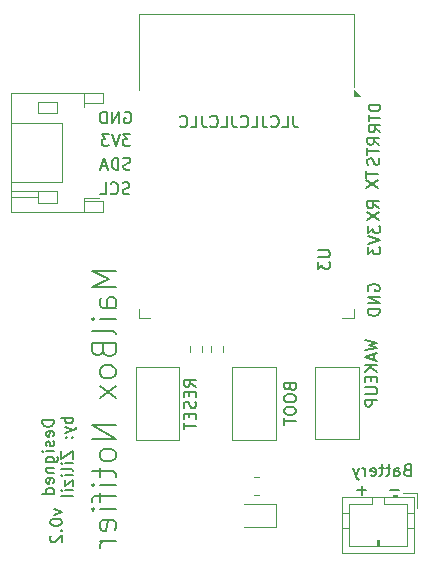
<source format=gbr>
%TF.GenerationSoftware,KiCad,Pcbnew,8.0.2-8.0.2-0~ubuntu22.04.1*%
%TF.CreationDate,2024-05-08T22:35:07+02:00*%
%TF.ProjectId,MailBox_LP_Notifier,4d61696c-426f-4785-9f4c-505f4e6f7469,rev?*%
%TF.SameCoordinates,Original*%
%TF.FileFunction,Legend,Bot*%
%TF.FilePolarity,Positive*%
%FSLAX46Y46*%
G04 Gerber Fmt 4.6, Leading zero omitted, Abs format (unit mm)*
G04 Created by KiCad (PCBNEW 8.0.2-8.0.2-0~ubuntu22.04.1) date 2024-05-08 22:35:07*
%MOMM*%
%LPD*%
G01*
G04 APERTURE LIST*
%ADD10C,0.150000*%
%ADD11C,0.120000*%
G04 APERTURE END LIST*
D10*
X119334647Y-89794152D02*
X118334647Y-89794152D01*
X118334647Y-89794152D02*
X118334647Y-90032247D01*
X118334647Y-90032247D02*
X118382266Y-90175104D01*
X118382266Y-90175104D02*
X118477504Y-90270342D01*
X118477504Y-90270342D02*
X118572742Y-90317961D01*
X118572742Y-90317961D02*
X118763218Y-90365580D01*
X118763218Y-90365580D02*
X118906075Y-90365580D01*
X118906075Y-90365580D02*
X119096551Y-90317961D01*
X119096551Y-90317961D02*
X119191789Y-90270342D01*
X119191789Y-90270342D02*
X119287028Y-90175104D01*
X119287028Y-90175104D02*
X119334647Y-90032247D01*
X119334647Y-90032247D02*
X119334647Y-89794152D01*
X119287028Y-91175104D02*
X119334647Y-91079866D01*
X119334647Y-91079866D02*
X119334647Y-90889390D01*
X119334647Y-90889390D02*
X119287028Y-90794152D01*
X119287028Y-90794152D02*
X119191789Y-90746533D01*
X119191789Y-90746533D02*
X118810837Y-90746533D01*
X118810837Y-90746533D02*
X118715599Y-90794152D01*
X118715599Y-90794152D02*
X118667980Y-90889390D01*
X118667980Y-90889390D02*
X118667980Y-91079866D01*
X118667980Y-91079866D02*
X118715599Y-91175104D01*
X118715599Y-91175104D02*
X118810837Y-91222723D01*
X118810837Y-91222723D02*
X118906075Y-91222723D01*
X118906075Y-91222723D02*
X119001313Y-90746533D01*
X119287028Y-91603676D02*
X119334647Y-91698914D01*
X119334647Y-91698914D02*
X119334647Y-91889390D01*
X119334647Y-91889390D02*
X119287028Y-91984628D01*
X119287028Y-91984628D02*
X119191789Y-92032247D01*
X119191789Y-92032247D02*
X119144170Y-92032247D01*
X119144170Y-92032247D02*
X119048932Y-91984628D01*
X119048932Y-91984628D02*
X119001313Y-91889390D01*
X119001313Y-91889390D02*
X119001313Y-91746533D01*
X119001313Y-91746533D02*
X118953694Y-91651295D01*
X118953694Y-91651295D02*
X118858456Y-91603676D01*
X118858456Y-91603676D02*
X118810837Y-91603676D01*
X118810837Y-91603676D02*
X118715599Y-91651295D01*
X118715599Y-91651295D02*
X118667980Y-91746533D01*
X118667980Y-91746533D02*
X118667980Y-91889390D01*
X118667980Y-91889390D02*
X118715599Y-91984628D01*
X119334647Y-92460819D02*
X118667980Y-92460819D01*
X118334647Y-92460819D02*
X118382266Y-92413200D01*
X118382266Y-92413200D02*
X118429885Y-92460819D01*
X118429885Y-92460819D02*
X118382266Y-92508438D01*
X118382266Y-92508438D02*
X118334647Y-92460819D01*
X118334647Y-92460819D02*
X118429885Y-92460819D01*
X118667980Y-93365580D02*
X119477504Y-93365580D01*
X119477504Y-93365580D02*
X119572742Y-93317961D01*
X119572742Y-93317961D02*
X119620361Y-93270342D01*
X119620361Y-93270342D02*
X119667980Y-93175104D01*
X119667980Y-93175104D02*
X119667980Y-93032247D01*
X119667980Y-93032247D02*
X119620361Y-92937009D01*
X119287028Y-93365580D02*
X119334647Y-93270342D01*
X119334647Y-93270342D02*
X119334647Y-93079866D01*
X119334647Y-93079866D02*
X119287028Y-92984628D01*
X119287028Y-92984628D02*
X119239408Y-92937009D01*
X119239408Y-92937009D02*
X119144170Y-92889390D01*
X119144170Y-92889390D02*
X118858456Y-92889390D01*
X118858456Y-92889390D02*
X118763218Y-92937009D01*
X118763218Y-92937009D02*
X118715599Y-92984628D01*
X118715599Y-92984628D02*
X118667980Y-93079866D01*
X118667980Y-93079866D02*
X118667980Y-93270342D01*
X118667980Y-93270342D02*
X118715599Y-93365580D01*
X118667980Y-93841771D02*
X119334647Y-93841771D01*
X118763218Y-93841771D02*
X118715599Y-93889390D01*
X118715599Y-93889390D02*
X118667980Y-93984628D01*
X118667980Y-93984628D02*
X118667980Y-94127485D01*
X118667980Y-94127485D02*
X118715599Y-94222723D01*
X118715599Y-94222723D02*
X118810837Y-94270342D01*
X118810837Y-94270342D02*
X119334647Y-94270342D01*
X119287028Y-95127485D02*
X119334647Y-95032247D01*
X119334647Y-95032247D02*
X119334647Y-94841771D01*
X119334647Y-94841771D02*
X119287028Y-94746533D01*
X119287028Y-94746533D02*
X119191789Y-94698914D01*
X119191789Y-94698914D02*
X118810837Y-94698914D01*
X118810837Y-94698914D02*
X118715599Y-94746533D01*
X118715599Y-94746533D02*
X118667980Y-94841771D01*
X118667980Y-94841771D02*
X118667980Y-95032247D01*
X118667980Y-95032247D02*
X118715599Y-95127485D01*
X118715599Y-95127485D02*
X118810837Y-95175104D01*
X118810837Y-95175104D02*
X118906075Y-95175104D01*
X118906075Y-95175104D02*
X119001313Y-94698914D01*
X119334647Y-96032247D02*
X118334647Y-96032247D01*
X119287028Y-96032247D02*
X119334647Y-95937009D01*
X119334647Y-95937009D02*
X119334647Y-95746533D01*
X119334647Y-95746533D02*
X119287028Y-95651295D01*
X119287028Y-95651295D02*
X119239408Y-95603676D01*
X119239408Y-95603676D02*
X119144170Y-95556057D01*
X119144170Y-95556057D02*
X118858456Y-95556057D01*
X118858456Y-95556057D02*
X118763218Y-95603676D01*
X118763218Y-95603676D02*
X118715599Y-95651295D01*
X118715599Y-95651295D02*
X118667980Y-95746533D01*
X118667980Y-95746533D02*
X118667980Y-95937009D01*
X118667980Y-95937009D02*
X118715599Y-96032247D01*
X120944591Y-89603677D02*
X119944591Y-89603677D01*
X120325543Y-89603677D02*
X120277924Y-89698915D01*
X120277924Y-89698915D02*
X120277924Y-89889391D01*
X120277924Y-89889391D02*
X120325543Y-89984629D01*
X120325543Y-89984629D02*
X120373162Y-90032248D01*
X120373162Y-90032248D02*
X120468400Y-90079867D01*
X120468400Y-90079867D02*
X120754114Y-90079867D01*
X120754114Y-90079867D02*
X120849352Y-90032248D01*
X120849352Y-90032248D02*
X120896972Y-89984629D01*
X120896972Y-89984629D02*
X120944591Y-89889391D01*
X120944591Y-89889391D02*
X120944591Y-89698915D01*
X120944591Y-89698915D02*
X120896972Y-89603677D01*
X120277924Y-90413201D02*
X120944591Y-90651296D01*
X120277924Y-90889391D02*
X120944591Y-90651296D01*
X120944591Y-90651296D02*
X121182686Y-90556058D01*
X121182686Y-90556058D02*
X121230305Y-90508439D01*
X121230305Y-90508439D02*
X121277924Y-90413201D01*
X120849352Y-91270344D02*
X120896972Y-91317963D01*
X120896972Y-91317963D02*
X120944591Y-91270344D01*
X120944591Y-91270344D02*
X120896972Y-91222725D01*
X120896972Y-91222725D02*
X120849352Y-91270344D01*
X120849352Y-91270344D02*
X120944591Y-91270344D01*
X120325543Y-91270344D02*
X120373162Y-91317963D01*
X120373162Y-91317963D02*
X120420781Y-91270344D01*
X120420781Y-91270344D02*
X120373162Y-91222725D01*
X120373162Y-91222725D02*
X120325543Y-91270344D01*
X120325543Y-91270344D02*
X120420781Y-91270344D01*
X119944591Y-92413201D02*
X119944591Y-93079867D01*
X119944591Y-93079867D02*
X120944591Y-92413201D01*
X120944591Y-92413201D02*
X120944591Y-93079867D01*
X120944591Y-93460820D02*
X120277924Y-93460820D01*
X119944591Y-93460820D02*
X119992210Y-93413201D01*
X119992210Y-93413201D02*
X120039829Y-93460820D01*
X120039829Y-93460820D02*
X119992210Y-93508439D01*
X119992210Y-93508439D02*
X119944591Y-93460820D01*
X119944591Y-93460820D02*
X120039829Y-93460820D01*
X120944591Y-94079867D02*
X120896972Y-93984629D01*
X120896972Y-93984629D02*
X120801733Y-93937010D01*
X120801733Y-93937010D02*
X119944591Y-93937010D01*
X120944591Y-94460820D02*
X120277924Y-94460820D01*
X119944591Y-94460820D02*
X119992210Y-94413201D01*
X119992210Y-94413201D02*
X120039829Y-94460820D01*
X120039829Y-94460820D02*
X119992210Y-94508439D01*
X119992210Y-94508439D02*
X119944591Y-94460820D01*
X119944591Y-94460820D02*
X120039829Y-94460820D01*
X120277924Y-94841772D02*
X120277924Y-95365581D01*
X120277924Y-95365581D02*
X120944591Y-94841772D01*
X120944591Y-94841772D02*
X120944591Y-95365581D01*
X120944591Y-95746534D02*
X120277924Y-95746534D01*
X119944591Y-95746534D02*
X119992210Y-95698915D01*
X119992210Y-95698915D02*
X120039829Y-95746534D01*
X120039829Y-95746534D02*
X119992210Y-95794153D01*
X119992210Y-95794153D02*
X119944591Y-95746534D01*
X119944591Y-95746534D02*
X120039829Y-95746534D01*
X120944591Y-96222724D02*
X119944591Y-96222724D01*
X119345952Y-97352029D02*
X120012619Y-97590124D01*
X120012619Y-97590124D02*
X119345952Y-97828219D01*
X119012619Y-98399648D02*
X119012619Y-98494886D01*
X119012619Y-98494886D02*
X119060238Y-98590124D01*
X119060238Y-98590124D02*
X119107857Y-98637743D01*
X119107857Y-98637743D02*
X119203095Y-98685362D01*
X119203095Y-98685362D02*
X119393571Y-98732981D01*
X119393571Y-98732981D02*
X119631666Y-98732981D01*
X119631666Y-98732981D02*
X119822142Y-98685362D01*
X119822142Y-98685362D02*
X119917380Y-98637743D01*
X119917380Y-98637743D02*
X119965000Y-98590124D01*
X119965000Y-98590124D02*
X120012619Y-98494886D01*
X120012619Y-98494886D02*
X120012619Y-98399648D01*
X120012619Y-98399648D02*
X119965000Y-98304410D01*
X119965000Y-98304410D02*
X119917380Y-98256791D01*
X119917380Y-98256791D02*
X119822142Y-98209172D01*
X119822142Y-98209172D02*
X119631666Y-98161553D01*
X119631666Y-98161553D02*
X119393571Y-98161553D01*
X119393571Y-98161553D02*
X119203095Y-98209172D01*
X119203095Y-98209172D02*
X119107857Y-98256791D01*
X119107857Y-98256791D02*
X119060238Y-98304410D01*
X119060238Y-98304410D02*
X119012619Y-98399648D01*
X119917380Y-99161553D02*
X119965000Y-99209172D01*
X119965000Y-99209172D02*
X120012619Y-99161553D01*
X120012619Y-99161553D02*
X119965000Y-99113934D01*
X119965000Y-99113934D02*
X119917380Y-99161553D01*
X119917380Y-99161553D02*
X120012619Y-99161553D01*
X119107857Y-99590124D02*
X119060238Y-99637743D01*
X119060238Y-99637743D02*
X119012619Y-99732981D01*
X119012619Y-99732981D02*
X119012619Y-99971076D01*
X119012619Y-99971076D02*
X119060238Y-100066314D01*
X119060238Y-100066314D02*
X119107857Y-100113933D01*
X119107857Y-100113933D02*
X119203095Y-100161552D01*
X119203095Y-100161552D02*
X119298333Y-100161552D01*
X119298333Y-100161552D02*
X119441190Y-100113933D01*
X119441190Y-100113933D02*
X120012619Y-99542505D01*
X120012619Y-99542505D02*
X120012619Y-100161552D01*
X139594648Y-64021619D02*
X139594648Y-64735904D01*
X139594648Y-64735904D02*
X139642267Y-64878761D01*
X139642267Y-64878761D02*
X139737505Y-64974000D01*
X139737505Y-64974000D02*
X139880362Y-65021619D01*
X139880362Y-65021619D02*
X139975600Y-65021619D01*
X138642267Y-65021619D02*
X139118457Y-65021619D01*
X139118457Y-65021619D02*
X139118457Y-64021619D01*
X137737505Y-64926380D02*
X137785124Y-64974000D01*
X137785124Y-64974000D02*
X137927981Y-65021619D01*
X137927981Y-65021619D02*
X138023219Y-65021619D01*
X138023219Y-65021619D02*
X138166076Y-64974000D01*
X138166076Y-64974000D02*
X138261314Y-64878761D01*
X138261314Y-64878761D02*
X138308933Y-64783523D01*
X138308933Y-64783523D02*
X138356552Y-64593047D01*
X138356552Y-64593047D02*
X138356552Y-64450190D01*
X138356552Y-64450190D02*
X138308933Y-64259714D01*
X138308933Y-64259714D02*
X138261314Y-64164476D01*
X138261314Y-64164476D02*
X138166076Y-64069238D01*
X138166076Y-64069238D02*
X138023219Y-64021619D01*
X138023219Y-64021619D02*
X137927981Y-64021619D01*
X137927981Y-64021619D02*
X137785124Y-64069238D01*
X137785124Y-64069238D02*
X137737505Y-64116857D01*
X137023219Y-64021619D02*
X137023219Y-64735904D01*
X137023219Y-64735904D02*
X137070838Y-64878761D01*
X137070838Y-64878761D02*
X137166076Y-64974000D01*
X137166076Y-64974000D02*
X137308933Y-65021619D01*
X137308933Y-65021619D02*
X137404171Y-65021619D01*
X136070838Y-65021619D02*
X136547028Y-65021619D01*
X136547028Y-65021619D02*
X136547028Y-64021619D01*
X135166076Y-64926380D02*
X135213695Y-64974000D01*
X135213695Y-64974000D02*
X135356552Y-65021619D01*
X135356552Y-65021619D02*
X135451790Y-65021619D01*
X135451790Y-65021619D02*
X135594647Y-64974000D01*
X135594647Y-64974000D02*
X135689885Y-64878761D01*
X135689885Y-64878761D02*
X135737504Y-64783523D01*
X135737504Y-64783523D02*
X135785123Y-64593047D01*
X135785123Y-64593047D02*
X135785123Y-64450190D01*
X135785123Y-64450190D02*
X135737504Y-64259714D01*
X135737504Y-64259714D02*
X135689885Y-64164476D01*
X135689885Y-64164476D02*
X135594647Y-64069238D01*
X135594647Y-64069238D02*
X135451790Y-64021619D01*
X135451790Y-64021619D02*
X135356552Y-64021619D01*
X135356552Y-64021619D02*
X135213695Y-64069238D01*
X135213695Y-64069238D02*
X135166076Y-64116857D01*
X134451790Y-64021619D02*
X134451790Y-64735904D01*
X134451790Y-64735904D02*
X134499409Y-64878761D01*
X134499409Y-64878761D02*
X134594647Y-64974000D01*
X134594647Y-64974000D02*
X134737504Y-65021619D01*
X134737504Y-65021619D02*
X134832742Y-65021619D01*
X133499409Y-65021619D02*
X133975599Y-65021619D01*
X133975599Y-65021619D02*
X133975599Y-64021619D01*
X132594647Y-64926380D02*
X132642266Y-64974000D01*
X132642266Y-64974000D02*
X132785123Y-65021619D01*
X132785123Y-65021619D02*
X132880361Y-65021619D01*
X132880361Y-65021619D02*
X133023218Y-64974000D01*
X133023218Y-64974000D02*
X133118456Y-64878761D01*
X133118456Y-64878761D02*
X133166075Y-64783523D01*
X133166075Y-64783523D02*
X133213694Y-64593047D01*
X133213694Y-64593047D02*
X133213694Y-64450190D01*
X133213694Y-64450190D02*
X133166075Y-64259714D01*
X133166075Y-64259714D02*
X133118456Y-64164476D01*
X133118456Y-64164476D02*
X133023218Y-64069238D01*
X133023218Y-64069238D02*
X132880361Y-64021619D01*
X132880361Y-64021619D02*
X132785123Y-64021619D01*
X132785123Y-64021619D02*
X132642266Y-64069238D01*
X132642266Y-64069238D02*
X132594647Y-64116857D01*
X131880361Y-64021619D02*
X131880361Y-64735904D01*
X131880361Y-64735904D02*
X131927980Y-64878761D01*
X131927980Y-64878761D02*
X132023218Y-64974000D01*
X132023218Y-64974000D02*
X132166075Y-65021619D01*
X132166075Y-65021619D02*
X132261313Y-65021619D01*
X130927980Y-65021619D02*
X131404170Y-65021619D01*
X131404170Y-65021619D02*
X131404170Y-64021619D01*
X130023218Y-64926380D02*
X130070837Y-64974000D01*
X130070837Y-64974000D02*
X130213694Y-65021619D01*
X130213694Y-65021619D02*
X130308932Y-65021619D01*
X130308932Y-65021619D02*
X130451789Y-64974000D01*
X130451789Y-64974000D02*
X130547027Y-64878761D01*
X130547027Y-64878761D02*
X130594646Y-64783523D01*
X130594646Y-64783523D02*
X130642265Y-64593047D01*
X130642265Y-64593047D02*
X130642265Y-64450190D01*
X130642265Y-64450190D02*
X130594646Y-64259714D01*
X130594646Y-64259714D02*
X130547027Y-64164476D01*
X130547027Y-64164476D02*
X130451789Y-64069238D01*
X130451789Y-64069238D02*
X130308932Y-64021619D01*
X130308932Y-64021619D02*
X130213694Y-64021619D01*
X130213694Y-64021619D02*
X130070837Y-64069238D01*
X130070837Y-64069238D02*
X130023218Y-64116857D01*
X125726675Y-70638200D02*
X125583818Y-70685819D01*
X125583818Y-70685819D02*
X125345723Y-70685819D01*
X125345723Y-70685819D02*
X125250485Y-70638200D01*
X125250485Y-70638200D02*
X125202866Y-70590580D01*
X125202866Y-70590580D02*
X125155247Y-70495342D01*
X125155247Y-70495342D02*
X125155247Y-70400104D01*
X125155247Y-70400104D02*
X125202866Y-70304866D01*
X125202866Y-70304866D02*
X125250485Y-70257247D01*
X125250485Y-70257247D02*
X125345723Y-70209628D01*
X125345723Y-70209628D02*
X125536199Y-70162009D01*
X125536199Y-70162009D02*
X125631437Y-70114390D01*
X125631437Y-70114390D02*
X125679056Y-70066771D01*
X125679056Y-70066771D02*
X125726675Y-69971533D01*
X125726675Y-69971533D02*
X125726675Y-69876295D01*
X125726675Y-69876295D02*
X125679056Y-69781057D01*
X125679056Y-69781057D02*
X125631437Y-69733438D01*
X125631437Y-69733438D02*
X125536199Y-69685819D01*
X125536199Y-69685819D02*
X125298104Y-69685819D01*
X125298104Y-69685819D02*
X125155247Y-69733438D01*
X124155247Y-70590580D02*
X124202866Y-70638200D01*
X124202866Y-70638200D02*
X124345723Y-70685819D01*
X124345723Y-70685819D02*
X124440961Y-70685819D01*
X124440961Y-70685819D02*
X124583818Y-70638200D01*
X124583818Y-70638200D02*
X124679056Y-70542961D01*
X124679056Y-70542961D02*
X124726675Y-70447723D01*
X124726675Y-70447723D02*
X124774294Y-70257247D01*
X124774294Y-70257247D02*
X124774294Y-70114390D01*
X124774294Y-70114390D02*
X124726675Y-69923914D01*
X124726675Y-69923914D02*
X124679056Y-69828676D01*
X124679056Y-69828676D02*
X124583818Y-69733438D01*
X124583818Y-69733438D02*
X124440961Y-69685819D01*
X124440961Y-69685819D02*
X124345723Y-69685819D01*
X124345723Y-69685819D02*
X124202866Y-69733438D01*
X124202866Y-69733438D02*
X124155247Y-69781057D01*
X123250485Y-70685819D02*
X123726675Y-70685819D01*
X123726675Y-70685819D02*
X123726675Y-69685819D01*
X145784219Y-68707095D02*
X145784219Y-69278523D01*
X146784219Y-68992809D02*
X145784219Y-68992809D01*
X145784219Y-69516619D02*
X146784219Y-70183285D01*
X145784219Y-70183285D02*
X146784219Y-69516619D01*
X145962019Y-73336305D02*
X145962019Y-73955352D01*
X145962019Y-73955352D02*
X146342971Y-73622019D01*
X146342971Y-73622019D02*
X146342971Y-73764876D01*
X146342971Y-73764876D02*
X146390590Y-73860114D01*
X146390590Y-73860114D02*
X146438209Y-73907733D01*
X146438209Y-73907733D02*
X146533447Y-73955352D01*
X146533447Y-73955352D02*
X146771542Y-73955352D01*
X146771542Y-73955352D02*
X146866780Y-73907733D01*
X146866780Y-73907733D02*
X146914400Y-73860114D01*
X146914400Y-73860114D02*
X146962019Y-73764876D01*
X146962019Y-73764876D02*
X146962019Y-73479162D01*
X146962019Y-73479162D02*
X146914400Y-73383924D01*
X146914400Y-73383924D02*
X146866780Y-73336305D01*
X145962019Y-74241067D02*
X146962019Y-74574400D01*
X146962019Y-74574400D02*
X145962019Y-74907733D01*
X145962019Y-75145829D02*
X145962019Y-75764876D01*
X145962019Y-75764876D02*
X146342971Y-75431543D01*
X146342971Y-75431543D02*
X146342971Y-75574400D01*
X146342971Y-75574400D02*
X146390590Y-75669638D01*
X146390590Y-75669638D02*
X146438209Y-75717257D01*
X146438209Y-75717257D02*
X146533447Y-75764876D01*
X146533447Y-75764876D02*
X146771542Y-75764876D01*
X146771542Y-75764876D02*
X146866780Y-75717257D01*
X146866780Y-75717257D02*
X146914400Y-75669638D01*
X146914400Y-75669638D02*
X146962019Y-75574400D01*
X146962019Y-75574400D02*
X146962019Y-75288686D01*
X146962019Y-75288686D02*
X146914400Y-75193448D01*
X146914400Y-75193448D02*
X146866780Y-75145829D01*
X145958838Y-78867095D02*
X145911219Y-78771857D01*
X145911219Y-78771857D02*
X145911219Y-78629000D01*
X145911219Y-78629000D02*
X145958838Y-78486143D01*
X145958838Y-78486143D02*
X146054076Y-78390905D01*
X146054076Y-78390905D02*
X146149314Y-78343286D01*
X146149314Y-78343286D02*
X146339790Y-78295667D01*
X146339790Y-78295667D02*
X146482647Y-78295667D01*
X146482647Y-78295667D02*
X146673123Y-78343286D01*
X146673123Y-78343286D02*
X146768361Y-78390905D01*
X146768361Y-78390905D02*
X146863600Y-78486143D01*
X146863600Y-78486143D02*
X146911219Y-78629000D01*
X146911219Y-78629000D02*
X146911219Y-78724238D01*
X146911219Y-78724238D02*
X146863600Y-78867095D01*
X146863600Y-78867095D02*
X146815980Y-78914714D01*
X146815980Y-78914714D02*
X146482647Y-78914714D01*
X146482647Y-78914714D02*
X146482647Y-78724238D01*
X146911219Y-79343286D02*
X145911219Y-79343286D01*
X145911219Y-79343286D02*
X146911219Y-79914714D01*
X146911219Y-79914714D02*
X145911219Y-79914714D01*
X146911219Y-80390905D02*
X145911219Y-80390905D01*
X145911219Y-80390905D02*
X145911219Y-80629000D01*
X145911219Y-80629000D02*
X145958838Y-80771857D01*
X145958838Y-80771857D02*
X146054076Y-80867095D01*
X146054076Y-80867095D02*
X146149314Y-80914714D01*
X146149314Y-80914714D02*
X146339790Y-80962333D01*
X146339790Y-80962333D02*
X146482647Y-80962333D01*
X146482647Y-80962333D02*
X146673123Y-80914714D01*
X146673123Y-80914714D02*
X146768361Y-80867095D01*
X146768361Y-80867095D02*
X146863600Y-80771857D01*
X146863600Y-80771857D02*
X146911219Y-80629000D01*
X146911219Y-80629000D02*
X146911219Y-80390905D01*
X125801285Y-68555400D02*
X125658428Y-68603019D01*
X125658428Y-68603019D02*
X125420333Y-68603019D01*
X125420333Y-68603019D02*
X125325095Y-68555400D01*
X125325095Y-68555400D02*
X125277476Y-68507780D01*
X125277476Y-68507780D02*
X125229857Y-68412542D01*
X125229857Y-68412542D02*
X125229857Y-68317304D01*
X125229857Y-68317304D02*
X125277476Y-68222066D01*
X125277476Y-68222066D02*
X125325095Y-68174447D01*
X125325095Y-68174447D02*
X125420333Y-68126828D01*
X125420333Y-68126828D02*
X125610809Y-68079209D01*
X125610809Y-68079209D02*
X125706047Y-68031590D01*
X125706047Y-68031590D02*
X125753666Y-67983971D01*
X125753666Y-67983971D02*
X125801285Y-67888733D01*
X125801285Y-67888733D02*
X125801285Y-67793495D01*
X125801285Y-67793495D02*
X125753666Y-67698257D01*
X125753666Y-67698257D02*
X125706047Y-67650638D01*
X125706047Y-67650638D02*
X125610809Y-67603019D01*
X125610809Y-67603019D02*
X125372714Y-67603019D01*
X125372714Y-67603019D02*
X125229857Y-67650638D01*
X124801285Y-68603019D02*
X124801285Y-67603019D01*
X124801285Y-67603019D02*
X124563190Y-67603019D01*
X124563190Y-67603019D02*
X124420333Y-67650638D01*
X124420333Y-67650638D02*
X124325095Y-67745876D01*
X124325095Y-67745876D02*
X124277476Y-67841114D01*
X124277476Y-67841114D02*
X124229857Y-68031590D01*
X124229857Y-68031590D02*
X124229857Y-68174447D01*
X124229857Y-68174447D02*
X124277476Y-68364923D01*
X124277476Y-68364923D02*
X124325095Y-68460161D01*
X124325095Y-68460161D02*
X124420333Y-68555400D01*
X124420333Y-68555400D02*
X124563190Y-68603019D01*
X124563190Y-68603019D02*
X124801285Y-68603019D01*
X123848904Y-68317304D02*
X123372714Y-68317304D01*
X123944142Y-68603019D02*
X123610809Y-67603019D01*
X123610809Y-67603019D02*
X123277476Y-68603019D01*
X125799694Y-65596419D02*
X125180647Y-65596419D01*
X125180647Y-65596419D02*
X125513980Y-65977371D01*
X125513980Y-65977371D02*
X125371123Y-65977371D01*
X125371123Y-65977371D02*
X125275885Y-66024990D01*
X125275885Y-66024990D02*
X125228266Y-66072609D01*
X125228266Y-66072609D02*
X125180647Y-66167847D01*
X125180647Y-66167847D02*
X125180647Y-66405942D01*
X125180647Y-66405942D02*
X125228266Y-66501180D01*
X125228266Y-66501180D02*
X125275885Y-66548800D01*
X125275885Y-66548800D02*
X125371123Y-66596419D01*
X125371123Y-66596419D02*
X125656837Y-66596419D01*
X125656837Y-66596419D02*
X125752075Y-66548800D01*
X125752075Y-66548800D02*
X125799694Y-66501180D01*
X124894932Y-65596419D02*
X124561599Y-66596419D01*
X124561599Y-66596419D02*
X124228266Y-65596419D01*
X123990170Y-65596419D02*
X123371123Y-65596419D01*
X123371123Y-65596419D02*
X123704456Y-65977371D01*
X123704456Y-65977371D02*
X123561599Y-65977371D01*
X123561599Y-65977371D02*
X123466361Y-66024990D01*
X123466361Y-66024990D02*
X123418742Y-66072609D01*
X123418742Y-66072609D02*
X123371123Y-66167847D01*
X123371123Y-66167847D02*
X123371123Y-66405942D01*
X123371123Y-66405942D02*
X123418742Y-66501180D01*
X123418742Y-66501180D02*
X123466361Y-66548800D01*
X123466361Y-66548800D02*
X123561599Y-66596419D01*
X123561599Y-66596419D02*
X123847313Y-66596419D01*
X123847313Y-66596419D02*
X123942551Y-66548800D01*
X123942551Y-66548800D02*
X123990170Y-66501180D01*
X146885819Y-66482980D02*
X146409628Y-66149647D01*
X146885819Y-65911552D02*
X145885819Y-65911552D01*
X145885819Y-65911552D02*
X145885819Y-66292504D01*
X145885819Y-66292504D02*
X145933438Y-66387742D01*
X145933438Y-66387742D02*
X145981057Y-66435361D01*
X145981057Y-66435361D02*
X146076295Y-66482980D01*
X146076295Y-66482980D02*
X146219152Y-66482980D01*
X146219152Y-66482980D02*
X146314390Y-66435361D01*
X146314390Y-66435361D02*
X146362009Y-66387742D01*
X146362009Y-66387742D02*
X146409628Y-66292504D01*
X146409628Y-66292504D02*
X146409628Y-65911552D01*
X145885819Y-66768695D02*
X145885819Y-67340123D01*
X146885819Y-67054409D02*
X145885819Y-67054409D01*
X146838200Y-67625838D02*
X146885819Y-67768695D01*
X146885819Y-67768695D02*
X146885819Y-68006790D01*
X146885819Y-68006790D02*
X146838200Y-68102028D01*
X146838200Y-68102028D02*
X146790580Y-68149647D01*
X146790580Y-68149647D02*
X146695342Y-68197266D01*
X146695342Y-68197266D02*
X146600104Y-68197266D01*
X146600104Y-68197266D02*
X146504866Y-68149647D01*
X146504866Y-68149647D02*
X146457247Y-68102028D01*
X146457247Y-68102028D02*
X146409628Y-68006790D01*
X146409628Y-68006790D02*
X146362009Y-67816314D01*
X146362009Y-67816314D02*
X146314390Y-67721076D01*
X146314390Y-67721076D02*
X146266771Y-67673457D01*
X146266771Y-67673457D02*
X146171533Y-67625838D01*
X146171533Y-67625838D02*
X146076295Y-67625838D01*
X146076295Y-67625838D02*
X145981057Y-67673457D01*
X145981057Y-67673457D02*
X145933438Y-67721076D01*
X145933438Y-67721076D02*
X145885819Y-67816314D01*
X145885819Y-67816314D02*
X145885819Y-68054409D01*
X145885819Y-68054409D02*
X145933438Y-68197266D01*
X124564638Y-77176171D02*
X122564638Y-77176171D01*
X122564638Y-77176171D02*
X123993209Y-77842838D01*
X123993209Y-77842838D02*
X122564638Y-78509504D01*
X122564638Y-78509504D02*
X124564638Y-78509504D01*
X124564638Y-80319028D02*
X123517019Y-80319028D01*
X123517019Y-80319028D02*
X123326542Y-80223790D01*
X123326542Y-80223790D02*
X123231304Y-80033314D01*
X123231304Y-80033314D02*
X123231304Y-79652361D01*
X123231304Y-79652361D02*
X123326542Y-79461885D01*
X124469400Y-80319028D02*
X124564638Y-80128552D01*
X124564638Y-80128552D02*
X124564638Y-79652361D01*
X124564638Y-79652361D02*
X124469400Y-79461885D01*
X124469400Y-79461885D02*
X124278923Y-79366647D01*
X124278923Y-79366647D02*
X124088447Y-79366647D01*
X124088447Y-79366647D02*
X123897971Y-79461885D01*
X123897971Y-79461885D02*
X123802733Y-79652361D01*
X123802733Y-79652361D02*
X123802733Y-80128552D01*
X123802733Y-80128552D02*
X123707495Y-80319028D01*
X124564638Y-81271409D02*
X123231304Y-81271409D01*
X122564638Y-81271409D02*
X122659876Y-81176171D01*
X122659876Y-81176171D02*
X122755114Y-81271409D01*
X122755114Y-81271409D02*
X122659876Y-81366647D01*
X122659876Y-81366647D02*
X122564638Y-81271409D01*
X122564638Y-81271409D02*
X122755114Y-81271409D01*
X124564638Y-82509504D02*
X124469400Y-82319028D01*
X124469400Y-82319028D02*
X124278923Y-82223790D01*
X124278923Y-82223790D02*
X122564638Y-82223790D01*
X123517019Y-83938076D02*
X123612257Y-84223790D01*
X123612257Y-84223790D02*
X123707495Y-84319028D01*
X123707495Y-84319028D02*
X123897971Y-84414266D01*
X123897971Y-84414266D02*
X124183685Y-84414266D01*
X124183685Y-84414266D02*
X124374161Y-84319028D01*
X124374161Y-84319028D02*
X124469400Y-84223790D01*
X124469400Y-84223790D02*
X124564638Y-84033314D01*
X124564638Y-84033314D02*
X124564638Y-83271409D01*
X124564638Y-83271409D02*
X122564638Y-83271409D01*
X122564638Y-83271409D02*
X122564638Y-83938076D01*
X122564638Y-83938076D02*
X122659876Y-84128552D01*
X122659876Y-84128552D02*
X122755114Y-84223790D01*
X122755114Y-84223790D02*
X122945590Y-84319028D01*
X122945590Y-84319028D02*
X123136066Y-84319028D01*
X123136066Y-84319028D02*
X123326542Y-84223790D01*
X123326542Y-84223790D02*
X123421780Y-84128552D01*
X123421780Y-84128552D02*
X123517019Y-83938076D01*
X123517019Y-83938076D02*
X123517019Y-83271409D01*
X124564638Y-85557123D02*
X124469400Y-85366647D01*
X124469400Y-85366647D02*
X124374161Y-85271409D01*
X124374161Y-85271409D02*
X124183685Y-85176171D01*
X124183685Y-85176171D02*
X123612257Y-85176171D01*
X123612257Y-85176171D02*
X123421780Y-85271409D01*
X123421780Y-85271409D02*
X123326542Y-85366647D01*
X123326542Y-85366647D02*
X123231304Y-85557123D01*
X123231304Y-85557123D02*
X123231304Y-85842838D01*
X123231304Y-85842838D02*
X123326542Y-86033314D01*
X123326542Y-86033314D02*
X123421780Y-86128552D01*
X123421780Y-86128552D02*
X123612257Y-86223790D01*
X123612257Y-86223790D02*
X124183685Y-86223790D01*
X124183685Y-86223790D02*
X124374161Y-86128552D01*
X124374161Y-86128552D02*
X124469400Y-86033314D01*
X124469400Y-86033314D02*
X124564638Y-85842838D01*
X124564638Y-85842838D02*
X124564638Y-85557123D01*
X124564638Y-86890457D02*
X123231304Y-87938076D01*
X123231304Y-86890457D02*
X124564638Y-87938076D01*
X124564638Y-90223791D02*
X122564638Y-90223791D01*
X122564638Y-90223791D02*
X124564638Y-91366648D01*
X124564638Y-91366648D02*
X122564638Y-91366648D01*
X124564638Y-92604743D02*
X124469400Y-92414267D01*
X124469400Y-92414267D02*
X124374161Y-92319029D01*
X124374161Y-92319029D02*
X124183685Y-92223791D01*
X124183685Y-92223791D02*
X123612257Y-92223791D01*
X123612257Y-92223791D02*
X123421780Y-92319029D01*
X123421780Y-92319029D02*
X123326542Y-92414267D01*
X123326542Y-92414267D02*
X123231304Y-92604743D01*
X123231304Y-92604743D02*
X123231304Y-92890458D01*
X123231304Y-92890458D02*
X123326542Y-93080934D01*
X123326542Y-93080934D02*
X123421780Y-93176172D01*
X123421780Y-93176172D02*
X123612257Y-93271410D01*
X123612257Y-93271410D02*
X124183685Y-93271410D01*
X124183685Y-93271410D02*
X124374161Y-93176172D01*
X124374161Y-93176172D02*
X124469400Y-93080934D01*
X124469400Y-93080934D02*
X124564638Y-92890458D01*
X124564638Y-92890458D02*
X124564638Y-92604743D01*
X123231304Y-93842839D02*
X123231304Y-94604743D01*
X122564638Y-94128553D02*
X124278923Y-94128553D01*
X124278923Y-94128553D02*
X124469400Y-94223791D01*
X124469400Y-94223791D02*
X124564638Y-94414267D01*
X124564638Y-94414267D02*
X124564638Y-94604743D01*
X124564638Y-95271410D02*
X123231304Y-95271410D01*
X122564638Y-95271410D02*
X122659876Y-95176172D01*
X122659876Y-95176172D02*
X122755114Y-95271410D01*
X122755114Y-95271410D02*
X122659876Y-95366648D01*
X122659876Y-95366648D02*
X122564638Y-95271410D01*
X122564638Y-95271410D02*
X122755114Y-95271410D01*
X123231304Y-95938077D02*
X123231304Y-96699981D01*
X124564638Y-96223791D02*
X122850352Y-96223791D01*
X122850352Y-96223791D02*
X122659876Y-96319029D01*
X122659876Y-96319029D02*
X122564638Y-96509505D01*
X122564638Y-96509505D02*
X122564638Y-96699981D01*
X124564638Y-97366648D02*
X123231304Y-97366648D01*
X122564638Y-97366648D02*
X122659876Y-97271410D01*
X122659876Y-97271410D02*
X122755114Y-97366648D01*
X122755114Y-97366648D02*
X122659876Y-97461886D01*
X122659876Y-97461886D02*
X122564638Y-97366648D01*
X122564638Y-97366648D02*
X122755114Y-97366648D01*
X124469400Y-99080934D02*
X124564638Y-98890458D01*
X124564638Y-98890458D02*
X124564638Y-98509505D01*
X124564638Y-98509505D02*
X124469400Y-98319029D01*
X124469400Y-98319029D02*
X124278923Y-98223791D01*
X124278923Y-98223791D02*
X123517019Y-98223791D01*
X123517019Y-98223791D02*
X123326542Y-98319029D01*
X123326542Y-98319029D02*
X123231304Y-98509505D01*
X123231304Y-98509505D02*
X123231304Y-98890458D01*
X123231304Y-98890458D02*
X123326542Y-99080934D01*
X123326542Y-99080934D02*
X123517019Y-99176172D01*
X123517019Y-99176172D02*
X123707495Y-99176172D01*
X123707495Y-99176172D02*
X123897971Y-98223791D01*
X124564638Y-100033315D02*
X123231304Y-100033315D01*
X123612257Y-100033315D02*
X123421780Y-100128553D01*
X123421780Y-100128553D02*
X123326542Y-100223791D01*
X123326542Y-100223791D02*
X123231304Y-100414267D01*
X123231304Y-100414267D02*
X123231304Y-100604744D01*
X125323504Y-63739038D02*
X125418742Y-63691419D01*
X125418742Y-63691419D02*
X125561599Y-63691419D01*
X125561599Y-63691419D02*
X125704456Y-63739038D01*
X125704456Y-63739038D02*
X125799694Y-63834276D01*
X125799694Y-63834276D02*
X125847313Y-63929514D01*
X125847313Y-63929514D02*
X125894932Y-64119990D01*
X125894932Y-64119990D02*
X125894932Y-64262847D01*
X125894932Y-64262847D02*
X125847313Y-64453323D01*
X125847313Y-64453323D02*
X125799694Y-64548561D01*
X125799694Y-64548561D02*
X125704456Y-64643800D01*
X125704456Y-64643800D02*
X125561599Y-64691419D01*
X125561599Y-64691419D02*
X125466361Y-64691419D01*
X125466361Y-64691419D02*
X125323504Y-64643800D01*
X125323504Y-64643800D02*
X125275885Y-64596180D01*
X125275885Y-64596180D02*
X125275885Y-64262847D01*
X125275885Y-64262847D02*
X125466361Y-64262847D01*
X124847313Y-64691419D02*
X124847313Y-63691419D01*
X124847313Y-63691419D02*
X124275885Y-64691419D01*
X124275885Y-64691419D02*
X124275885Y-63691419D01*
X123799694Y-64691419D02*
X123799694Y-63691419D01*
X123799694Y-63691419D02*
X123561599Y-63691419D01*
X123561599Y-63691419D02*
X123418742Y-63739038D01*
X123418742Y-63739038D02*
X123323504Y-63834276D01*
X123323504Y-63834276D02*
X123275885Y-63929514D01*
X123275885Y-63929514D02*
X123228266Y-64119990D01*
X123228266Y-64119990D02*
X123228266Y-64262847D01*
X123228266Y-64262847D02*
X123275885Y-64453323D01*
X123275885Y-64453323D02*
X123323504Y-64548561D01*
X123323504Y-64548561D02*
X123418742Y-64643800D01*
X123418742Y-64643800D02*
X123561599Y-64691419D01*
X123561599Y-64691419D02*
X123799694Y-64691419D01*
X149246429Y-94001037D02*
X149103572Y-94048656D01*
X149103572Y-94048656D02*
X149055953Y-94096275D01*
X149055953Y-94096275D02*
X149008334Y-94191513D01*
X149008334Y-94191513D02*
X149008334Y-94334370D01*
X149008334Y-94334370D02*
X149055953Y-94429608D01*
X149055953Y-94429608D02*
X149103572Y-94477228D01*
X149103572Y-94477228D02*
X149198810Y-94524847D01*
X149198810Y-94524847D02*
X149579762Y-94524847D01*
X149579762Y-94524847D02*
X149579762Y-93524847D01*
X149579762Y-93524847D02*
X149246429Y-93524847D01*
X149246429Y-93524847D02*
X149151191Y-93572466D01*
X149151191Y-93572466D02*
X149103572Y-93620085D01*
X149103572Y-93620085D02*
X149055953Y-93715323D01*
X149055953Y-93715323D02*
X149055953Y-93810561D01*
X149055953Y-93810561D02*
X149103572Y-93905799D01*
X149103572Y-93905799D02*
X149151191Y-93953418D01*
X149151191Y-93953418D02*
X149246429Y-94001037D01*
X149246429Y-94001037D02*
X149579762Y-94001037D01*
X148151191Y-94524847D02*
X148151191Y-94001037D01*
X148151191Y-94001037D02*
X148198810Y-93905799D01*
X148198810Y-93905799D02*
X148294048Y-93858180D01*
X148294048Y-93858180D02*
X148484524Y-93858180D01*
X148484524Y-93858180D02*
X148579762Y-93905799D01*
X148151191Y-94477228D02*
X148246429Y-94524847D01*
X148246429Y-94524847D02*
X148484524Y-94524847D01*
X148484524Y-94524847D02*
X148579762Y-94477228D01*
X148579762Y-94477228D02*
X148627381Y-94381989D01*
X148627381Y-94381989D02*
X148627381Y-94286751D01*
X148627381Y-94286751D02*
X148579762Y-94191513D01*
X148579762Y-94191513D02*
X148484524Y-94143894D01*
X148484524Y-94143894D02*
X148246429Y-94143894D01*
X148246429Y-94143894D02*
X148151191Y-94096275D01*
X147817857Y-93858180D02*
X147436905Y-93858180D01*
X147675000Y-93524847D02*
X147675000Y-94381989D01*
X147675000Y-94381989D02*
X147627381Y-94477228D01*
X147627381Y-94477228D02*
X147532143Y-94524847D01*
X147532143Y-94524847D02*
X147436905Y-94524847D01*
X147246428Y-93858180D02*
X146865476Y-93858180D01*
X147103571Y-93524847D02*
X147103571Y-94381989D01*
X147103571Y-94381989D02*
X147055952Y-94477228D01*
X147055952Y-94477228D02*
X146960714Y-94524847D01*
X146960714Y-94524847D02*
X146865476Y-94524847D01*
X146151190Y-94477228D02*
X146246428Y-94524847D01*
X146246428Y-94524847D02*
X146436904Y-94524847D01*
X146436904Y-94524847D02*
X146532142Y-94477228D01*
X146532142Y-94477228D02*
X146579761Y-94381989D01*
X146579761Y-94381989D02*
X146579761Y-94001037D01*
X146579761Y-94001037D02*
X146532142Y-93905799D01*
X146532142Y-93905799D02*
X146436904Y-93858180D01*
X146436904Y-93858180D02*
X146246428Y-93858180D01*
X146246428Y-93858180D02*
X146151190Y-93905799D01*
X146151190Y-93905799D02*
X146103571Y-94001037D01*
X146103571Y-94001037D02*
X146103571Y-94096275D01*
X146103571Y-94096275D02*
X146579761Y-94191513D01*
X145674999Y-94524847D02*
X145674999Y-93858180D01*
X145674999Y-94048656D02*
X145627380Y-93953418D01*
X145627380Y-93953418D02*
X145579761Y-93905799D01*
X145579761Y-93905799D02*
X145484523Y-93858180D01*
X145484523Y-93858180D02*
X145389285Y-93858180D01*
X145151189Y-93858180D02*
X144913094Y-94524847D01*
X144674999Y-93858180D02*
X144913094Y-94524847D01*
X144913094Y-94524847D02*
X145008332Y-94762942D01*
X145008332Y-94762942D02*
X145055951Y-94810561D01*
X145055951Y-94810561D02*
X145151189Y-94858180D01*
X148555951Y-95753838D02*
X147794047Y-95753838D01*
X145794046Y-95753838D02*
X145032142Y-95753838D01*
X145413094Y-96134791D02*
X145413094Y-95372886D01*
X146860419Y-71867733D02*
X146384228Y-71534400D01*
X146860419Y-71296305D02*
X145860419Y-71296305D01*
X145860419Y-71296305D02*
X145860419Y-71677257D01*
X145860419Y-71677257D02*
X145908038Y-71772495D01*
X145908038Y-71772495D02*
X145955657Y-71820114D01*
X145955657Y-71820114D02*
X146050895Y-71867733D01*
X146050895Y-71867733D02*
X146193752Y-71867733D01*
X146193752Y-71867733D02*
X146288990Y-71820114D01*
X146288990Y-71820114D02*
X146336609Y-71772495D01*
X146336609Y-71772495D02*
X146384228Y-71677257D01*
X146384228Y-71677257D02*
X146384228Y-71296305D01*
X145860419Y-72201067D02*
X146860419Y-72867733D01*
X145860419Y-72867733D02*
X146860419Y-72201067D01*
X146987419Y-63093743D02*
X145987419Y-63093743D01*
X145987419Y-63093743D02*
X145987419Y-63331838D01*
X145987419Y-63331838D02*
X146035038Y-63474695D01*
X146035038Y-63474695D02*
X146130276Y-63569933D01*
X146130276Y-63569933D02*
X146225514Y-63617552D01*
X146225514Y-63617552D02*
X146415990Y-63665171D01*
X146415990Y-63665171D02*
X146558847Y-63665171D01*
X146558847Y-63665171D02*
X146749323Y-63617552D01*
X146749323Y-63617552D02*
X146844561Y-63569933D01*
X146844561Y-63569933D02*
X146939800Y-63474695D01*
X146939800Y-63474695D02*
X146987419Y-63331838D01*
X146987419Y-63331838D02*
X146987419Y-63093743D01*
X145987419Y-63950886D02*
X145987419Y-64522314D01*
X146987419Y-64236600D02*
X145987419Y-64236600D01*
X146987419Y-65427076D02*
X146511228Y-65093743D01*
X146987419Y-64855648D02*
X145987419Y-64855648D01*
X145987419Y-64855648D02*
X145987419Y-65236600D01*
X145987419Y-65236600D02*
X146035038Y-65331838D01*
X146035038Y-65331838D02*
X146082657Y-65379457D01*
X146082657Y-65379457D02*
X146177895Y-65427076D01*
X146177895Y-65427076D02*
X146320752Y-65427076D01*
X146320752Y-65427076D02*
X146415990Y-65379457D01*
X146415990Y-65379457D02*
X146463609Y-65331838D01*
X146463609Y-65331838D02*
X146511228Y-65236600D01*
X146511228Y-65236600D02*
X146511228Y-64855648D01*
X139306009Y-87017857D02*
X139353628Y-87160714D01*
X139353628Y-87160714D02*
X139401247Y-87208333D01*
X139401247Y-87208333D02*
X139496485Y-87255952D01*
X139496485Y-87255952D02*
X139639342Y-87255952D01*
X139639342Y-87255952D02*
X139734580Y-87208333D01*
X139734580Y-87208333D02*
X139782200Y-87160714D01*
X139782200Y-87160714D02*
X139829819Y-87065476D01*
X139829819Y-87065476D02*
X139829819Y-86684524D01*
X139829819Y-86684524D02*
X138829819Y-86684524D01*
X138829819Y-86684524D02*
X138829819Y-87017857D01*
X138829819Y-87017857D02*
X138877438Y-87113095D01*
X138877438Y-87113095D02*
X138925057Y-87160714D01*
X138925057Y-87160714D02*
X139020295Y-87208333D01*
X139020295Y-87208333D02*
X139115533Y-87208333D01*
X139115533Y-87208333D02*
X139210771Y-87160714D01*
X139210771Y-87160714D02*
X139258390Y-87113095D01*
X139258390Y-87113095D02*
X139306009Y-87017857D01*
X139306009Y-87017857D02*
X139306009Y-86684524D01*
X138829819Y-87875000D02*
X138829819Y-88065476D01*
X138829819Y-88065476D02*
X138877438Y-88160714D01*
X138877438Y-88160714D02*
X138972676Y-88255952D01*
X138972676Y-88255952D02*
X139163152Y-88303571D01*
X139163152Y-88303571D02*
X139496485Y-88303571D01*
X139496485Y-88303571D02*
X139686961Y-88255952D01*
X139686961Y-88255952D02*
X139782200Y-88160714D01*
X139782200Y-88160714D02*
X139829819Y-88065476D01*
X139829819Y-88065476D02*
X139829819Y-87875000D01*
X139829819Y-87875000D02*
X139782200Y-87779762D01*
X139782200Y-87779762D02*
X139686961Y-87684524D01*
X139686961Y-87684524D02*
X139496485Y-87636905D01*
X139496485Y-87636905D02*
X139163152Y-87636905D01*
X139163152Y-87636905D02*
X138972676Y-87684524D01*
X138972676Y-87684524D02*
X138877438Y-87779762D01*
X138877438Y-87779762D02*
X138829819Y-87875000D01*
X138829819Y-88922619D02*
X138829819Y-89113095D01*
X138829819Y-89113095D02*
X138877438Y-89208333D01*
X138877438Y-89208333D02*
X138972676Y-89303571D01*
X138972676Y-89303571D02*
X139163152Y-89351190D01*
X139163152Y-89351190D02*
X139496485Y-89351190D01*
X139496485Y-89351190D02*
X139686961Y-89303571D01*
X139686961Y-89303571D02*
X139782200Y-89208333D01*
X139782200Y-89208333D02*
X139829819Y-89113095D01*
X139829819Y-89113095D02*
X139829819Y-88922619D01*
X139829819Y-88922619D02*
X139782200Y-88827381D01*
X139782200Y-88827381D02*
X139686961Y-88732143D01*
X139686961Y-88732143D02*
X139496485Y-88684524D01*
X139496485Y-88684524D02*
X139163152Y-88684524D01*
X139163152Y-88684524D02*
X138972676Y-88732143D01*
X138972676Y-88732143D02*
X138877438Y-88827381D01*
X138877438Y-88827381D02*
X138829819Y-88922619D01*
X138829819Y-89636905D02*
X138829819Y-90208333D01*
X139829819Y-89922619D02*
X138829819Y-89922619D01*
X141694819Y-75438095D02*
X142504342Y-75438095D01*
X142504342Y-75438095D02*
X142599580Y-75485714D01*
X142599580Y-75485714D02*
X142647200Y-75533333D01*
X142647200Y-75533333D02*
X142694819Y-75628571D01*
X142694819Y-75628571D02*
X142694819Y-75819047D01*
X142694819Y-75819047D02*
X142647200Y-75914285D01*
X142647200Y-75914285D02*
X142599580Y-75961904D01*
X142599580Y-75961904D02*
X142504342Y-76009523D01*
X142504342Y-76009523D02*
X141694819Y-76009523D01*
X141694819Y-76390476D02*
X141694819Y-77009523D01*
X141694819Y-77009523D02*
X142075771Y-76676190D01*
X142075771Y-76676190D02*
X142075771Y-76819047D01*
X142075771Y-76819047D02*
X142123390Y-76914285D01*
X142123390Y-76914285D02*
X142171009Y-76961904D01*
X142171009Y-76961904D02*
X142266247Y-77009523D01*
X142266247Y-77009523D02*
X142504342Y-77009523D01*
X142504342Y-77009523D02*
X142599580Y-76961904D01*
X142599580Y-76961904D02*
X142647200Y-76914285D01*
X142647200Y-76914285D02*
X142694819Y-76819047D01*
X142694819Y-76819047D02*
X142694819Y-76533333D01*
X142694819Y-76533333D02*
X142647200Y-76438095D01*
X142647200Y-76438095D02*
X142599580Y-76390476D01*
X145708019Y-83044067D02*
X146708019Y-83282162D01*
X146708019Y-83282162D02*
X145993733Y-83472638D01*
X145993733Y-83472638D02*
X146708019Y-83663114D01*
X146708019Y-83663114D02*
X145708019Y-83901210D01*
X146422304Y-84234543D02*
X146422304Y-84710733D01*
X146708019Y-84139305D02*
X145708019Y-84472638D01*
X145708019Y-84472638D02*
X146708019Y-84805971D01*
X146708019Y-85139305D02*
X145708019Y-85139305D01*
X146708019Y-85710733D02*
X146136590Y-85282162D01*
X145708019Y-85710733D02*
X146279447Y-85139305D01*
X146184209Y-86139305D02*
X146184209Y-86472638D01*
X146708019Y-86615495D02*
X146708019Y-86139305D01*
X146708019Y-86139305D02*
X145708019Y-86139305D01*
X145708019Y-86139305D02*
X145708019Y-86615495D01*
X145708019Y-87044067D02*
X146517542Y-87044067D01*
X146517542Y-87044067D02*
X146612780Y-87091686D01*
X146612780Y-87091686D02*
X146660400Y-87139305D01*
X146660400Y-87139305D02*
X146708019Y-87234543D01*
X146708019Y-87234543D02*
X146708019Y-87425019D01*
X146708019Y-87425019D02*
X146660400Y-87520257D01*
X146660400Y-87520257D02*
X146612780Y-87567876D01*
X146612780Y-87567876D02*
X146517542Y-87615495D01*
X146517542Y-87615495D02*
X145708019Y-87615495D01*
X146708019Y-88091686D02*
X145708019Y-88091686D01*
X145708019Y-88091686D02*
X145708019Y-88472638D01*
X145708019Y-88472638D02*
X145755638Y-88567876D01*
X145755638Y-88567876D02*
X145803257Y-88615495D01*
X145803257Y-88615495D02*
X145898495Y-88663114D01*
X145898495Y-88663114D02*
X146041352Y-88663114D01*
X146041352Y-88663114D02*
X146136590Y-88615495D01*
X146136590Y-88615495D02*
X146184209Y-88567876D01*
X146184209Y-88567876D02*
X146231828Y-88472638D01*
X146231828Y-88472638D02*
X146231828Y-88091686D01*
X131341019Y-86965018D02*
X130864828Y-86631685D01*
X131341019Y-86393590D02*
X130341019Y-86393590D01*
X130341019Y-86393590D02*
X130341019Y-86774542D01*
X130341019Y-86774542D02*
X130388638Y-86869780D01*
X130388638Y-86869780D02*
X130436257Y-86917399D01*
X130436257Y-86917399D02*
X130531495Y-86965018D01*
X130531495Y-86965018D02*
X130674352Y-86965018D01*
X130674352Y-86965018D02*
X130769590Y-86917399D01*
X130769590Y-86917399D02*
X130817209Y-86869780D01*
X130817209Y-86869780D02*
X130864828Y-86774542D01*
X130864828Y-86774542D02*
X130864828Y-86393590D01*
X130817209Y-87393590D02*
X130817209Y-87726923D01*
X131341019Y-87869780D02*
X131341019Y-87393590D01*
X131341019Y-87393590D02*
X130341019Y-87393590D01*
X130341019Y-87393590D02*
X130341019Y-87869780D01*
X131293400Y-88250733D02*
X131341019Y-88393590D01*
X131341019Y-88393590D02*
X131341019Y-88631685D01*
X131341019Y-88631685D02*
X131293400Y-88726923D01*
X131293400Y-88726923D02*
X131245780Y-88774542D01*
X131245780Y-88774542D02*
X131150542Y-88822161D01*
X131150542Y-88822161D02*
X131055304Y-88822161D01*
X131055304Y-88822161D02*
X130960066Y-88774542D01*
X130960066Y-88774542D02*
X130912447Y-88726923D01*
X130912447Y-88726923D02*
X130864828Y-88631685D01*
X130864828Y-88631685D02*
X130817209Y-88441209D01*
X130817209Y-88441209D02*
X130769590Y-88345971D01*
X130769590Y-88345971D02*
X130721971Y-88298352D01*
X130721971Y-88298352D02*
X130626733Y-88250733D01*
X130626733Y-88250733D02*
X130531495Y-88250733D01*
X130531495Y-88250733D02*
X130436257Y-88298352D01*
X130436257Y-88298352D02*
X130388638Y-88345971D01*
X130388638Y-88345971D02*
X130341019Y-88441209D01*
X130341019Y-88441209D02*
X130341019Y-88679304D01*
X130341019Y-88679304D02*
X130388638Y-88822161D01*
X130817209Y-89250733D02*
X130817209Y-89584066D01*
X131341019Y-89726923D02*
X131341019Y-89250733D01*
X131341019Y-89250733D02*
X130341019Y-89250733D01*
X130341019Y-89250733D02*
X130341019Y-89726923D01*
X130341019Y-90012638D02*
X130341019Y-90584066D01*
X131341019Y-90298352D02*
X130341019Y-90298352D01*
D11*
%TO.C,J3*%
X115698600Y-62072200D02*
X115698600Y-72192200D01*
X115698600Y-64632200D02*
X120058600Y-64632200D01*
X115698600Y-70432200D02*
X117958600Y-70432200D01*
X115698600Y-70932200D02*
X117958600Y-70932200D01*
X115698600Y-72192200D02*
X123518600Y-72192200D01*
X117958600Y-62832200D02*
X119558600Y-62832200D01*
X117958600Y-63832200D02*
X117958600Y-62832200D01*
X117958600Y-70432200D02*
X117958600Y-71432200D01*
X117958600Y-71432200D02*
X119558600Y-71432200D01*
X119558600Y-62832200D02*
X119558600Y-63832200D01*
X119558600Y-63832200D02*
X117958600Y-63832200D01*
X119558600Y-70432200D02*
X117958600Y-70432200D01*
X119558600Y-71432200D02*
X119558600Y-70432200D01*
X120058600Y-64632200D02*
X120058600Y-69632200D01*
X120058600Y-69632200D02*
X115698600Y-69632200D01*
X121918600Y-62992200D02*
X121918600Y-62072200D01*
X121918600Y-62992200D02*
X123518600Y-62992200D01*
X121918600Y-63272200D02*
X121918600Y-62992200D01*
X121918600Y-71272200D02*
X121918600Y-70992200D01*
X121918600Y-71272200D02*
X121918600Y-72192200D01*
X123133600Y-70992200D02*
X121918600Y-70992200D01*
X123518600Y-62072200D02*
X115698600Y-62072200D01*
X123518600Y-62992200D02*
X123518600Y-62072200D01*
X123518600Y-71272200D02*
X121918600Y-71272200D01*
X123518600Y-72192200D02*
X123518600Y-71272200D01*
%TO.C,SW4*%
X134421000Y-85332000D02*
X138121000Y-85332000D01*
X134421000Y-91452000D02*
X134421000Y-85332000D01*
X138121000Y-85332000D02*
X138121000Y-91452000D01*
X138121000Y-91452000D02*
X134421000Y-91452000D01*
%TO.C,R12*%
X132598900Y-84031858D02*
X132598900Y-83557342D01*
X133643900Y-84031858D02*
X133643900Y-83557342D01*
%TO.C,U3*%
X126516000Y-55455400D02*
X144756000Y-55455400D01*
X126516000Y-61870400D02*
X126516000Y-55455400D01*
X126516000Y-81195400D02*
X126516000Y-80415400D01*
X127516000Y-81195400D02*
X126516000Y-81195400D01*
X143756000Y-81195400D02*
X144756000Y-81195400D01*
X144756000Y-61615400D02*
X144756000Y-55455400D01*
X144756000Y-81195400D02*
X144756000Y-80415400D01*
X145261000Y-62340400D02*
X144761000Y-62340400D01*
X144761000Y-61840400D01*
X145261000Y-62340400D01*
G36*
X145261000Y-62340400D02*
G01*
X144761000Y-62340400D01*
X144761000Y-61840400D01*
X145261000Y-62340400D01*
G37*
%TO.C,SW3*%
X141431400Y-85306600D02*
X145131400Y-85306600D01*
X141431400Y-91426600D02*
X141431400Y-85306600D01*
X145131400Y-85306600D02*
X145131400Y-91426600D01*
X145131400Y-91426600D02*
X141431400Y-91426600D01*
%TO.C,R6*%
X136726664Y-94642000D02*
X136272536Y-94642000D01*
X136726664Y-96112000D02*
X136272536Y-96112000D01*
%TO.C,R8*%
X130871700Y-84031858D02*
X130871700Y-83557342D01*
X131916700Y-84031858D02*
X131916700Y-83557342D01*
%TO.C,J1*%
X143701200Y-96319000D02*
X143701200Y-101039000D01*
X143701200Y-101039000D02*
X149821200Y-101039000D01*
X144311200Y-96929000D02*
X144311200Y-100429000D01*
X144311200Y-97629000D02*
X143701200Y-97629000D01*
X144311200Y-98929000D02*
X143701200Y-98929000D01*
X144311200Y-100429000D02*
X149211200Y-100429000D01*
X146261200Y-96319000D02*
X146261200Y-96929000D01*
X146261200Y-96929000D02*
X144311200Y-96929000D01*
X146661200Y-99929000D02*
X146861200Y-99929000D01*
X146661200Y-100429000D02*
X146661200Y-99929000D01*
X146761200Y-99929000D02*
X146761200Y-100429000D01*
X146861200Y-99929000D02*
X146861200Y-100429000D01*
X147261200Y-96929000D02*
X147261200Y-96319000D01*
X148061200Y-96119000D02*
X148061200Y-96319000D01*
X148361200Y-96119000D02*
X148061200Y-96119000D01*
X148361200Y-96219000D02*
X148061200Y-96219000D01*
X148361200Y-96319000D02*
X148361200Y-96119000D01*
X149211200Y-96929000D02*
X147261200Y-96929000D01*
X149211200Y-97629000D02*
X149821200Y-97629000D01*
X149211200Y-98929000D02*
X149821200Y-98929000D01*
X149211200Y-100429000D02*
X149211200Y-96929000D01*
X149821200Y-96319000D02*
X143701200Y-96319000D01*
X149821200Y-101039000D02*
X149821200Y-96319000D01*
X150121200Y-96019000D02*
X148871200Y-96019000D01*
X150121200Y-97269000D02*
X150121200Y-96019000D01*
%TO.C,D3*%
X135448800Y-98851600D02*
X138133800Y-98851600D01*
X138133800Y-96931600D02*
X135448800Y-96931600D01*
X138133800Y-98851600D02*
X138133800Y-96931600D01*
%TO.C,SW5*%
X126267600Y-85332000D02*
X129967600Y-85332000D01*
X126267600Y-91452000D02*
X126267600Y-85332000D01*
X129967600Y-85332000D02*
X129967600Y-91452000D01*
X129967600Y-91452000D02*
X126267600Y-91452000D01*
%TD*%
M02*

</source>
